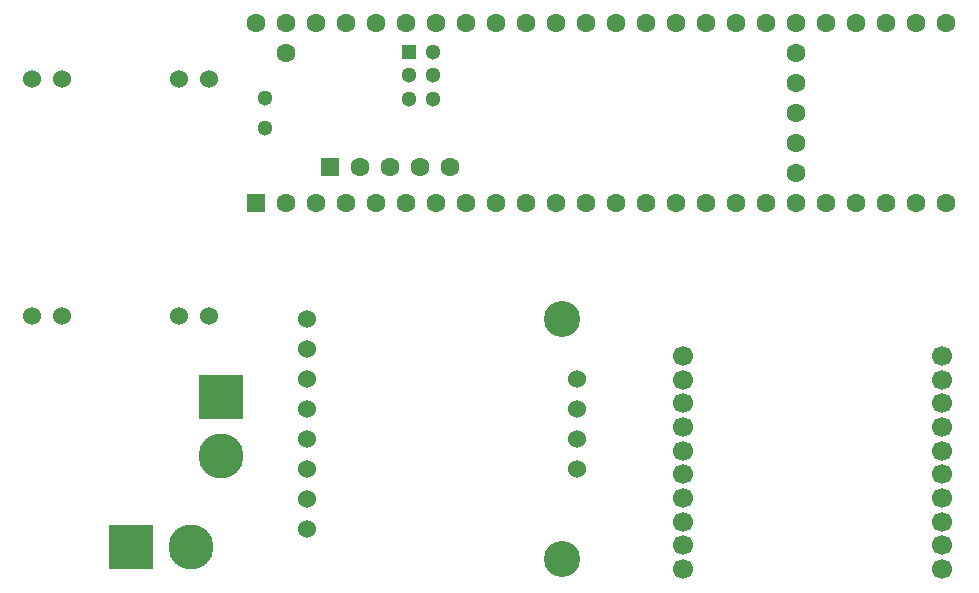
<source format=gbs>
%TF.GenerationSoftware,KiCad,Pcbnew,(5.1.9)-1*%
%TF.CreationDate,2021-12-11T15:03:20-08:00*%
%TF.ProjectId,GPS_Board,4750535f-426f-4617-9264-2e6b69636164,rev?*%
%TF.SameCoordinates,Original*%
%TF.FileFunction,Soldermask,Bot*%
%TF.FilePolarity,Negative*%
%FSLAX46Y46*%
G04 Gerber Fmt 4.6, Leading zero omitted, Abs format (unit mm)*
G04 Created by KiCad (PCBNEW (5.1.9)-1) date 2021-12-11 15:03:20*
%MOMM*%
%LPD*%
G01*
G04 APERTURE LIST*
%ADD10C,1.524000*%
%ADD11C,3.048000*%
%ADD12C,1.700000*%
%ADD13C,1.300000*%
%ADD14C,1.600000*%
%ADD15R,1.300000X1.300000*%
%ADD16R,1.600000X1.600000*%
%ADD17C,3.800000*%
%ADD18R,3.800000X3.800000*%
G04 APERTURE END LIST*
D10*
%TO.C,A2*%
X136398000Y-102616000D03*
X136398000Y-100076000D03*
X136398000Y-97536000D03*
X136398000Y-105156000D03*
X136398000Y-89916000D03*
X136398000Y-87376000D03*
X136398000Y-92456000D03*
X136398000Y-94996000D03*
X159258000Y-100076000D03*
X159258000Y-97536000D03*
X159258000Y-94996000D03*
X159258000Y-92456000D03*
D11*
X157988000Y-87376000D03*
X157988000Y-107696000D03*
%TD*%
D12*
%TO.C,A1*%
X190197000Y-90568000D03*
X190197000Y-92568000D03*
X190197000Y-94568000D03*
X190197000Y-96568000D03*
X190197000Y-98568000D03*
X190197000Y-100568000D03*
X190197000Y-102568000D03*
X190197000Y-104568000D03*
X190197000Y-106568000D03*
X190197000Y-108568000D03*
X168197000Y-108568000D03*
X168197000Y-106568000D03*
X168197000Y-104568000D03*
X168197000Y-102568000D03*
X168197000Y-100568000D03*
X168197000Y-98568000D03*
X168197000Y-96568000D03*
X168197000Y-94568000D03*
X168197000Y-92568000D03*
X168197000Y-90568000D03*
%TD*%
D13*
%TO.C,U1*%
X132810000Y-68707000D03*
X132810000Y-71247000D03*
D14*
X177800000Y-64897000D03*
X177800000Y-67437000D03*
X177800000Y-69977000D03*
X177800000Y-72517000D03*
X177800000Y-75057000D03*
D13*
X145050000Y-68795400D03*
X147050000Y-68795400D03*
X147050000Y-66795400D03*
X145050000Y-66795400D03*
X147050000Y-64795400D03*
D15*
X145050000Y-64795400D03*
D14*
X172720000Y-77597000D03*
X175260000Y-77597000D03*
X177800000Y-77597000D03*
X180340000Y-77597000D03*
X170180000Y-77597000D03*
X167640000Y-77597000D03*
X165100000Y-77597000D03*
X182880000Y-77597000D03*
X185420000Y-77597000D03*
X187960000Y-77597000D03*
X190500000Y-77597000D03*
X190500000Y-62357000D03*
X187960000Y-62357000D03*
X185420000Y-62357000D03*
X182880000Y-62357000D03*
X180340000Y-62357000D03*
X177800000Y-62357000D03*
X175260000Y-62357000D03*
X172720000Y-62357000D03*
X170180000Y-62357000D03*
X167640000Y-62357000D03*
X162560000Y-77597000D03*
X160020000Y-77597000D03*
X157480000Y-77597000D03*
X154940000Y-77597000D03*
X152400000Y-77597000D03*
X149860000Y-77597000D03*
X147320000Y-77597000D03*
X144780000Y-77597000D03*
X142240000Y-77597000D03*
X139700000Y-77597000D03*
X137160000Y-77597000D03*
X134620000Y-77597000D03*
D16*
X132080000Y-77597000D03*
D14*
X165100000Y-62357000D03*
X162560000Y-62357000D03*
X160020000Y-62357000D03*
X157480000Y-62357000D03*
X154940000Y-62357000D03*
X152400000Y-62357000D03*
X149860000Y-62357000D03*
X147320000Y-62357000D03*
X144780000Y-62357000D03*
X142240000Y-62357000D03*
X139700000Y-62357000D03*
X137160000Y-62357000D03*
X134620000Y-62357000D03*
X132080000Y-62357000D03*
D16*
X138379200Y-74546200D03*
D14*
X140919200Y-74546200D03*
X143459200Y-74546200D03*
X145999200Y-74546200D03*
X148539200Y-74546200D03*
X134620000Y-64897000D03*
%TD*%
D17*
%TO.C,J2*%
X129159000Y-98980000D03*
D18*
X129159000Y-93980000D03*
%TD*%
D17*
%TO.C,J1*%
X126539000Y-106680000D03*
D18*
X121539000Y-106680000D03*
%TD*%
D10*
%TO.C,A3*%
X113141000Y-67138000D03*
X115681000Y-67138000D03*
X115681000Y-87138000D03*
X113141000Y-87138000D03*
X125601000Y-87138000D03*
X128141000Y-87138000D03*
X125601000Y-67138000D03*
X128141000Y-67138000D03*
%TD*%
M02*

</source>
